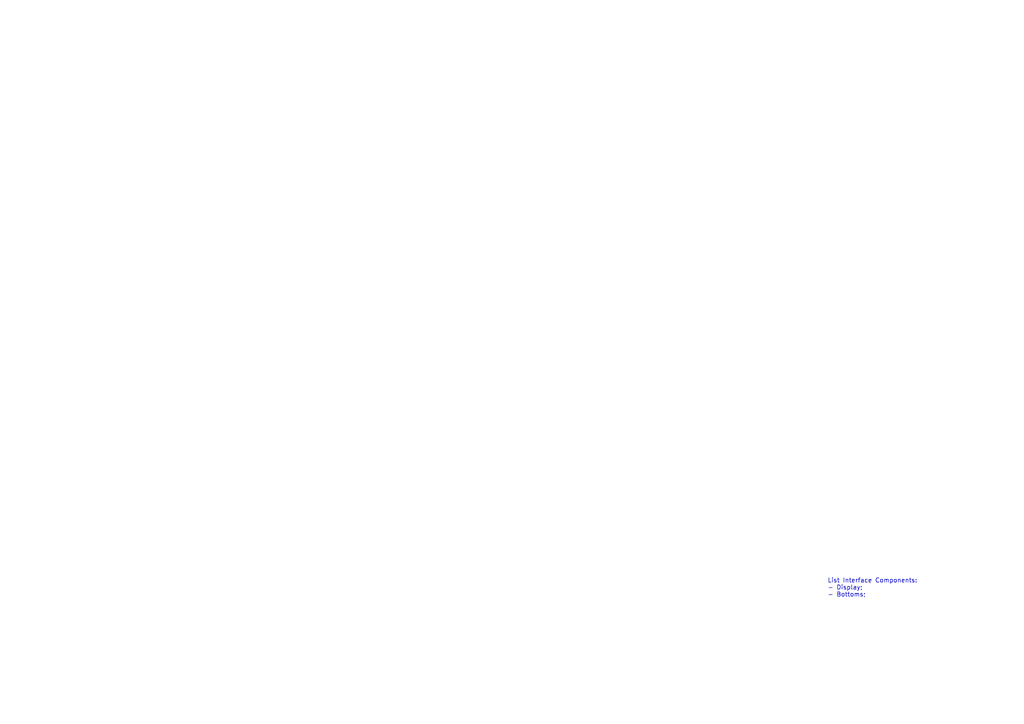
<source format=kicad_sch>
(kicad_sch (version 20211123) (generator eeschema)
  (paper "A4")
  (title_block (company "Version: ADA 0-0-0") (comment 1 "Low Fidelity Prototyped") (comment 3 "Author: Thiago Martins de Sousa") (comment 4 "UnB - FGA | Eletronic Engineering"))
  (lib_symbols)
  (text "List Interface Components:\n- Display;\n- Bottoms;" (at 240.03 173.355 0) (effects (font (size 1.27 1.27)) (justify left bottom)))
)
</source>
